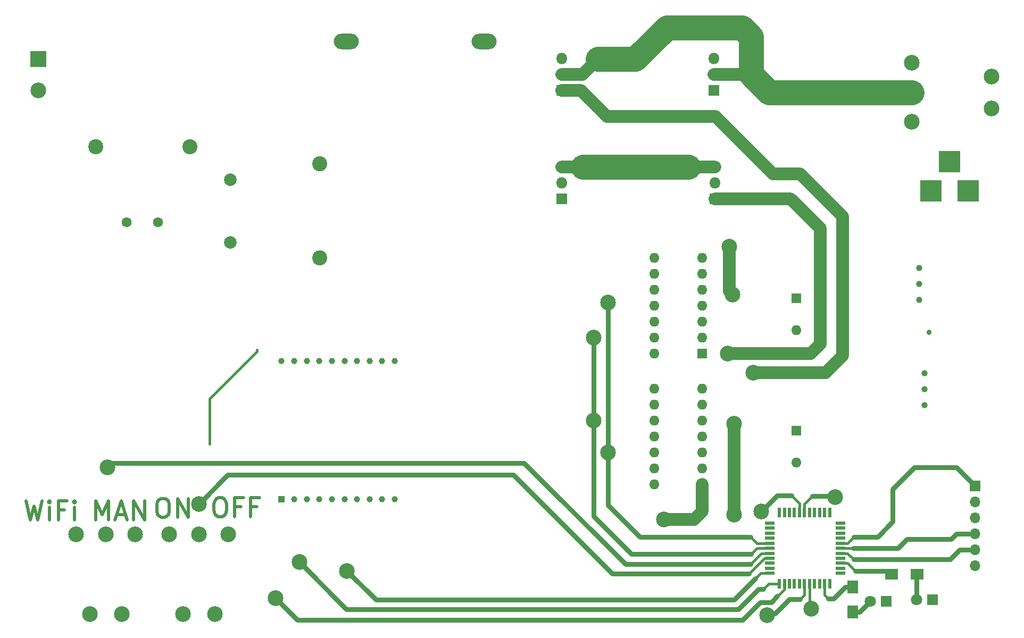
<source format=gbr>
G04 #@! TF.FileFunction,Copper,L1,Top,Signal*
%FSLAX46Y46*%
G04 Gerber Fmt 4.6, Leading zero omitted, Abs format (unit mm)*
G04 Created by KiCad (PCBNEW 4.0.6) date 10/19/17 19:30:53*
%MOMM*%
%LPD*%
G01*
G04 APERTURE LIST*
%ADD10C,0.100000*%
%ADD11C,0.500000*%
%ADD12C,2.400000*%
%ADD13C,2.000000*%
%ADD14R,1.600000X1.600000*%
%ADD15O,1.600000X1.600000*%
%ADD16R,1.700000X1.700000*%
%ADD17O,1.700000X1.700000*%
%ADD18R,2.500000X2.500000*%
%ADD19C,2.500000*%
%ADD20R,1.800000X1.800000*%
%ADD21O,1.800000X1.800000*%
%ADD22R,0.550000X1.500000*%
%ADD23R,1.500000X0.550000*%
%ADD24C,1.000000*%
%ADD25O,4.000000X2.500000*%
%ADD26R,3.500000X3.500000*%
%ADD27C,1.600000*%
%ADD28R,1.000000X1.000000*%
%ADD29C,1.800000*%
%ADD30R,1.700000X2.000000*%
%ADD31R,2.000000X1.700000*%
%ADD32C,0.450000*%
%ADD33C,0.800000*%
%ADD34C,4.000000*%
%ADD35C,2.000000*%
G04 APERTURE END LIST*
D10*
D11*
X119642857Y-125857143D02*
X120214286Y-125857143D01*
X120500000Y-126000000D01*
X120785714Y-126285714D01*
X120928572Y-126857143D01*
X120928572Y-127857143D01*
X120785714Y-128428571D01*
X120500000Y-128714286D01*
X120214286Y-128857143D01*
X119642857Y-128857143D01*
X119357143Y-128714286D01*
X119071429Y-128428571D01*
X118928572Y-127857143D01*
X118928572Y-126857143D01*
X119071429Y-126285714D01*
X119357143Y-126000000D01*
X119642857Y-125857143D01*
X123214286Y-127285714D02*
X122214286Y-127285714D01*
X122214286Y-128857143D02*
X122214286Y-125857143D01*
X123642857Y-125857143D01*
X125785715Y-127285714D02*
X124785715Y-127285714D01*
X124785715Y-128857143D02*
X124785715Y-125857143D01*
X126214286Y-125857143D01*
X110542857Y-125957143D02*
X111114286Y-125957143D01*
X111400000Y-126100000D01*
X111685714Y-126385714D01*
X111828572Y-126957143D01*
X111828572Y-127957143D01*
X111685714Y-128528571D01*
X111400000Y-128814286D01*
X111114286Y-128957143D01*
X110542857Y-128957143D01*
X110257143Y-128814286D01*
X109971429Y-128528571D01*
X109828572Y-127957143D01*
X109828572Y-126957143D01*
X109971429Y-126385714D01*
X110257143Y-126100000D01*
X110542857Y-125957143D01*
X113114286Y-128957143D02*
X113114286Y-125957143D01*
X114828571Y-128957143D01*
X114828571Y-125957143D01*
X100142858Y-129357143D02*
X100142858Y-126357143D01*
X101142858Y-128500000D01*
X102142858Y-126357143D01*
X102142858Y-129357143D01*
X103428572Y-128500000D02*
X104857143Y-128500000D01*
X103142857Y-129357143D02*
X104142857Y-126357143D01*
X105142857Y-129357143D01*
X106142858Y-129357143D02*
X106142858Y-126357143D01*
X107857143Y-129357143D01*
X107857143Y-126357143D01*
X89000000Y-126357143D02*
X89714286Y-129357143D01*
X90285715Y-127214286D01*
X90857143Y-129357143D01*
X91571429Y-126357143D01*
X92714286Y-129357143D02*
X92714286Y-127357143D01*
X92714286Y-126357143D02*
X92571429Y-126500000D01*
X92714286Y-126642857D01*
X92857143Y-126500000D01*
X92714286Y-126357143D01*
X92714286Y-126642857D01*
X95142857Y-127785714D02*
X94142857Y-127785714D01*
X94142857Y-129357143D02*
X94142857Y-126357143D01*
X95571428Y-126357143D01*
X96714286Y-129357143D02*
X96714286Y-127357143D01*
X96714286Y-126357143D02*
X96571429Y-126500000D01*
X96714286Y-126642857D01*
X96857143Y-126500000D01*
X96714286Y-126357143D01*
X96714286Y-126642857D01*
D12*
X135763000Y-87630000D03*
X135763000Y-72630000D03*
D13*
X121539000Y-85217000D03*
X121539000Y-75217000D03*
D12*
X100076000Y-69977000D03*
X115076000Y-69977000D03*
D14*
X211582000Y-94107000D03*
D15*
X211582000Y-99187000D03*
D14*
X211582000Y-115189000D03*
D15*
X211582000Y-120269000D03*
D16*
X240030000Y-123952000D03*
D17*
X240030000Y-126492000D03*
X240030000Y-129032000D03*
X240030000Y-131572000D03*
X240030000Y-134112000D03*
X240030000Y-136652000D03*
D18*
X91000000Y-56000000D03*
D19*
X91000000Y-61000000D03*
D20*
X198501000Y-60960000D03*
D21*
X198501000Y-58420000D03*
X198501000Y-55880000D03*
D20*
X198628000Y-78232000D03*
D21*
X198628000Y-75692000D03*
X198628000Y-73152000D03*
D20*
X174244000Y-60960000D03*
D21*
X174244000Y-58420000D03*
X174244000Y-55880000D03*
D20*
X174244000Y-78232000D03*
D21*
X174244000Y-75692000D03*
X174244000Y-73152000D03*
D22*
X208916000Y-139573000D03*
X209716000Y-139573000D03*
X210516000Y-139573000D03*
X211316000Y-139573000D03*
X212116000Y-139573000D03*
X212916000Y-139573000D03*
X213716000Y-139573000D03*
X214516000Y-139573000D03*
X215316000Y-139573000D03*
X216116000Y-139573000D03*
X216916000Y-139573000D03*
D23*
X218616000Y-137873000D03*
X218616000Y-137073000D03*
X218616000Y-136273000D03*
X218616000Y-135473000D03*
X218616000Y-134673000D03*
X218616000Y-133873000D03*
X218616000Y-133073000D03*
X218616000Y-132273000D03*
X218616000Y-131473000D03*
X218616000Y-130673000D03*
X218616000Y-129873000D03*
D22*
X216916000Y-128173000D03*
X216116000Y-128173000D03*
X215316000Y-128173000D03*
X214516000Y-128173000D03*
X213716000Y-128173000D03*
X212916000Y-128173000D03*
X212116000Y-128173000D03*
X211316000Y-128173000D03*
X210516000Y-128173000D03*
X209716000Y-128173000D03*
X208916000Y-128173000D03*
D23*
X207416000Y-129873000D03*
X207416000Y-130673000D03*
X207416000Y-131473000D03*
X207416000Y-132273000D03*
X207416000Y-133073000D03*
X207416000Y-133873000D03*
X207416000Y-134673000D03*
X207416000Y-135473000D03*
X207416000Y-136273000D03*
X207416000Y-137073000D03*
X207416000Y-137873000D03*
D14*
X196596000Y-102870000D03*
D15*
X188976000Y-87630000D03*
X196596000Y-100330000D03*
X188976000Y-90170000D03*
X196596000Y-97790000D03*
X188976000Y-92710000D03*
X196596000Y-95250000D03*
X188976000Y-95250000D03*
X196596000Y-92710000D03*
X188976000Y-97790000D03*
X196596000Y-90170000D03*
X188976000Y-100330000D03*
X196596000Y-87630000D03*
X188976000Y-102870000D03*
D14*
X196596000Y-123698000D03*
D15*
X188976000Y-108458000D03*
X196596000Y-121158000D03*
X188976000Y-110998000D03*
X196596000Y-118618000D03*
X188976000Y-113538000D03*
X196596000Y-116078000D03*
X188976000Y-116078000D03*
X196596000Y-113538000D03*
X188976000Y-118618000D03*
X196596000Y-110998000D03*
X188976000Y-121158000D03*
X196596000Y-108458000D03*
X188976000Y-123698000D03*
D24*
X231140000Y-89232000D03*
X231140000Y-91772000D03*
X231140000Y-94312000D03*
X232000000Y-106000000D03*
X232000000Y-108540000D03*
X232000000Y-111080000D03*
D19*
X230000000Y-66000000D03*
X230000000Y-61300000D03*
X230000000Y-56600000D03*
X242700000Y-63840000D03*
X242700000Y-58760000D03*
D25*
X161954000Y-53213000D03*
X139954000Y-53213000D03*
D26*
X233000000Y-77000000D03*
X239000000Y-77000000D03*
X236000000Y-72300000D03*
D27*
X105000000Y-82000000D03*
X110000000Y-82000000D03*
D19*
X97000000Y-131700000D03*
X101700000Y-131700000D03*
X106400000Y-131700000D03*
X99160000Y-144400000D03*
X104240000Y-144400000D03*
X111800000Y-131700000D03*
X116500000Y-131700000D03*
X121200000Y-131700000D03*
X113960000Y-144400000D03*
X119040000Y-144400000D03*
D28*
X129700000Y-126100000D03*
D24*
X131700000Y-126100000D03*
X133700000Y-126100000D03*
X135700000Y-126100000D03*
X137700000Y-126100000D03*
X139700000Y-126100000D03*
X141700000Y-126100000D03*
X143700000Y-126100000D03*
X145700000Y-126100000D03*
X147700000Y-126100000D03*
X147700000Y-104100000D03*
X145700000Y-104100000D03*
X143700000Y-104100000D03*
X141700000Y-104100000D03*
X139700000Y-104100000D03*
X137700000Y-104100000D03*
X135700000Y-104100000D03*
X133700000Y-104100000D03*
X131700000Y-104100000D03*
X129700000Y-104100000D03*
D20*
X225900000Y-142300000D03*
D29*
X223360000Y-142300000D03*
D20*
X233300000Y-142100000D03*
D29*
X230760000Y-142100000D03*
D30*
X220600000Y-144000000D03*
X220600000Y-140000000D03*
D31*
X230800000Y-138000000D03*
X226800000Y-138000000D03*
D19*
X214000000Y-143500000D03*
X217805000Y-125730000D03*
X207000000Y-144500000D03*
X205994000Y-128016000D03*
X201676000Y-128524000D03*
X201676000Y-114046000D03*
X200660000Y-102870000D03*
X204724000Y-105918000D03*
X190500000Y-129286000D03*
X132500000Y-136100000D03*
X128700000Y-141800000D03*
X181610000Y-118618000D03*
X181610000Y-94742000D03*
X179324000Y-113538000D03*
X179324000Y-100330000D03*
X140100000Y-137500000D03*
X201422000Y-93440000D03*
X200914000Y-85852000D03*
X102000000Y-121000000D03*
X116500000Y-126800000D03*
D32*
X125800000Y-102300000D02*
X125800000Y-102500000D01*
X118200000Y-110100000D02*
X118200000Y-117300000D01*
X125800000Y-102500000D02*
X118200000Y-110100000D01*
D33*
X232696000Y-99519000D02*
X232696000Y-99424000D01*
D32*
X213716000Y-141326000D02*
X213716000Y-143216000D01*
X213716000Y-141326000D02*
X213716000Y-139573000D01*
X213716000Y-143216000D02*
X214000000Y-143500000D01*
D33*
X217805000Y-125730000D02*
X217805000Y-125603000D01*
X214122000Y-125603000D02*
X217805000Y-125603000D01*
D32*
X212916000Y-128173000D02*
X212916000Y-126809000D01*
X212916000Y-126809000D02*
X214122000Y-125603000D01*
D33*
X210514000Y-141986000D02*
X212217000Y-141986000D01*
X208200000Y-144300000D02*
X210514000Y-141986000D01*
X207200000Y-144300000D02*
X208200000Y-144300000D01*
X207000000Y-144500000D02*
X207200000Y-144300000D01*
D34*
X177652000Y-73152000D02*
X194448000Y-73152000D01*
D35*
X198628000Y-73152000D02*
X194448000Y-73152000D01*
X194448000Y-73152000D02*
X194400000Y-73200000D01*
X174244000Y-73152000D02*
X177652000Y-73152000D01*
X177652000Y-73152000D02*
X177700000Y-73200000D01*
D32*
X212116000Y-128173000D02*
X212116000Y-126772000D01*
X212116000Y-126772000D02*
X211328000Y-125984000D01*
X211328000Y-125984000D02*
X210820000Y-125476000D01*
X212916000Y-139573000D02*
X212916000Y-141287000D01*
X212916000Y-141287000D02*
X212217000Y-141986000D01*
X212217000Y-141986000D02*
X212090000Y-142113000D01*
D33*
X239998000Y-129000000D02*
X240030000Y-129032000D01*
X208534000Y-125476000D02*
X205994000Y-128016000D01*
X210820000Y-125476000D02*
X208534000Y-125476000D01*
D35*
X174244000Y-58420000D02*
X177580000Y-58420000D01*
D34*
X204420000Y-52420000D02*
X204420000Y-58420000D01*
X203000000Y-51000000D02*
X204420000Y-52420000D01*
X191000000Y-51000000D02*
X203000000Y-51000000D01*
X186000000Y-56000000D02*
X191000000Y-51000000D01*
X180000000Y-56000000D02*
X186000000Y-56000000D01*
D35*
X177580000Y-58420000D02*
X180000000Y-56000000D01*
X198501000Y-58420000D02*
X204420000Y-58420000D01*
D34*
X207300000Y-61300000D02*
X230000000Y-61300000D01*
X204420000Y-58420000D02*
X207300000Y-61300000D01*
D35*
X201676000Y-114046000D02*
X201676000Y-128524000D01*
D33*
X220726000Y-132080000D02*
X224536000Y-132080000D01*
X224536000Y-132080000D02*
X226949000Y-129667000D01*
X226949000Y-129667000D02*
X226949000Y-124460000D01*
X226949000Y-124460000D02*
X230378000Y-121031000D01*
X230378000Y-121031000D02*
X237109000Y-121031000D01*
X237109000Y-121031000D02*
X240030000Y-123952000D01*
D32*
X218616000Y-133073000D02*
X219733000Y-133073000D01*
X219733000Y-133073000D02*
X220726000Y-132080000D01*
D33*
X220711000Y-133873000D02*
X227823000Y-133873000D01*
X227823000Y-133873000D02*
X229235000Y-132461000D01*
X229235000Y-132461000D02*
X236220000Y-132461000D01*
X236220000Y-132461000D02*
X237109000Y-131572000D01*
X237109000Y-131572000D02*
X240030000Y-131572000D01*
D32*
X218616000Y-133873000D02*
X220711000Y-133873000D01*
X220711000Y-133873000D02*
X220726000Y-133858000D01*
D33*
X220726000Y-135636000D02*
X236093000Y-135636000D01*
X236093000Y-135636000D02*
X237617000Y-134112000D01*
D32*
X219763000Y-134673000D02*
X220726000Y-135636000D01*
D33*
X237617000Y-134112000D02*
X240030000Y-134112000D01*
D32*
X218616000Y-134673000D02*
X219763000Y-134673000D01*
D35*
X210693000Y-78232000D02*
X198628000Y-78232000D01*
X215392000Y-82931000D02*
X210693000Y-78232000D01*
X215392000Y-101346000D02*
X215392000Y-82931000D01*
X213868000Y-102870000D02*
X215392000Y-101346000D01*
X200660000Y-102870000D02*
X213868000Y-102870000D01*
X216281000Y-105918000D02*
X218948000Y-103251000D01*
X218948000Y-103251000D02*
X218948000Y-81026000D01*
X218948000Y-81026000D02*
X212217000Y-74295000D01*
X212217000Y-74295000D02*
X207899000Y-74295000D01*
X207899000Y-74295000D02*
X198755000Y-65151000D01*
X198755000Y-65151000D02*
X181483000Y-65151000D01*
X181483000Y-65151000D02*
X177292000Y-60960000D01*
X177292000Y-60960000D02*
X174244000Y-60960000D01*
X216281000Y-105918000D02*
X204724000Y-105918000D01*
X196596000Y-128016000D02*
X195326000Y-129286000D01*
X195326000Y-129286000D02*
X190500000Y-129286000D01*
X196596000Y-123698000D02*
X196596000Y-127889000D01*
X196596000Y-127889000D02*
X196596000Y-128016000D01*
D33*
X140000000Y-143600000D02*
X132500000Y-136100000D01*
X149500000Y-143600000D02*
X140000000Y-143600000D01*
X206400000Y-140400000D02*
X205600000Y-140400000D01*
X205600000Y-140400000D02*
X202400000Y-143600000D01*
X202400000Y-143600000D02*
X149500000Y-143600000D01*
D32*
X207227000Y-139573000D02*
X206400000Y-140400000D01*
X207227000Y-139573000D02*
X208916000Y-139573000D01*
D33*
X203100000Y-145300000D02*
X132200000Y-145300000D01*
X205900000Y-142500000D02*
X203100000Y-145300000D01*
X208600000Y-141500000D02*
X207600000Y-142500000D01*
D32*
X208700000Y-141400000D02*
X208600000Y-141500000D01*
X209716000Y-140384000D02*
X208700000Y-141400000D01*
X209716000Y-139573000D02*
X209716000Y-140384000D01*
D33*
X207600000Y-142500000D02*
X205900000Y-142500000D01*
X132200000Y-145300000D02*
X128700000Y-141800000D01*
X189484000Y-132080000D02*
X186690000Y-132080000D01*
X204343000Y-132080000D02*
X189484000Y-132080000D01*
D32*
X207416000Y-133073000D02*
X205336000Y-133073000D01*
X205336000Y-133073000D02*
X204343000Y-132080000D01*
D33*
X181610000Y-127000000D02*
X181610000Y-118618000D01*
X181610000Y-118618000D02*
X181610000Y-94742000D01*
X186690000Y-132080000D02*
X181610000Y-127000000D01*
X189293500Y-134810500D02*
X185356500Y-134810500D01*
X204406500Y-134810500D02*
X189293500Y-134810500D01*
X179324000Y-128778000D02*
X179324000Y-113538000D01*
X179324000Y-113538000D02*
X179324000Y-100330000D01*
X185356500Y-134810500D02*
X179324000Y-128778000D01*
D32*
X207416000Y-133873000D02*
X205344000Y-133873000D01*
X205344000Y-133873000D02*
X204406500Y-134810500D01*
X204406500Y-134810500D02*
X204343000Y-134874000D01*
D33*
X153500000Y-142100000D02*
X144700000Y-142100000D01*
X201700000Y-142100000D02*
X156100000Y-142100000D01*
D32*
X205927000Y-137873000D02*
X205100000Y-138700000D01*
X205927000Y-137873000D02*
X207416000Y-137873000D01*
D33*
X205100000Y-138700000D02*
X201700000Y-142100000D01*
X156100000Y-142100000D02*
X153500000Y-142100000D01*
X144700000Y-142100000D02*
X140100000Y-137500000D01*
D35*
X200914000Y-85852000D02*
X200914000Y-92932000D01*
X200914000Y-92932000D02*
X201422000Y-93440000D01*
D33*
X106000000Y-120300000D02*
X102700000Y-120300000D01*
X102700000Y-120300000D02*
X102000000Y-121000000D01*
X168300000Y-120300000D02*
X106000000Y-120300000D01*
X106000000Y-120300000D02*
X105800000Y-120300000D01*
X204300000Y-136400000D02*
X184400000Y-136400000D01*
D32*
X206027000Y-134673000D02*
X204300000Y-136400000D01*
X207416000Y-134673000D02*
X206027000Y-134673000D01*
D33*
X184400000Y-136400000D02*
X168300000Y-120300000D01*
X166600000Y-122200000D02*
X121100000Y-122200000D01*
X204100000Y-137900000D02*
X182300000Y-137900000D01*
D32*
X207416000Y-135473000D02*
X206527000Y-135473000D01*
X206527000Y-135473000D02*
X204100000Y-137900000D01*
D33*
X182300000Y-137900000D02*
X166600000Y-122200000D01*
X121100000Y-122200000D02*
X116500000Y-126800000D01*
X220600000Y-144000000D02*
X221660000Y-144000000D01*
X221660000Y-144000000D02*
X223360000Y-142300000D01*
X230760000Y-142100000D02*
X230760000Y-138040000D01*
X230760000Y-138040000D02*
X230800000Y-138000000D01*
X216700000Y-141900000D02*
X217500000Y-141900000D01*
D32*
X216116000Y-141316000D02*
X216700000Y-141900000D01*
X216116000Y-139573000D02*
X216116000Y-141316000D01*
D33*
X219400000Y-140000000D02*
X220600000Y-140000000D01*
X217500000Y-141900000D02*
X219400000Y-140000000D01*
D32*
X218616000Y-136273000D02*
X219773000Y-136273000D01*
D33*
X221000000Y-137500000D02*
X226300000Y-137500000D01*
D32*
X219773000Y-136273000D02*
X221000000Y-137500000D01*
D33*
X226300000Y-137500000D02*
X226800000Y-138000000D01*
M02*

</source>
